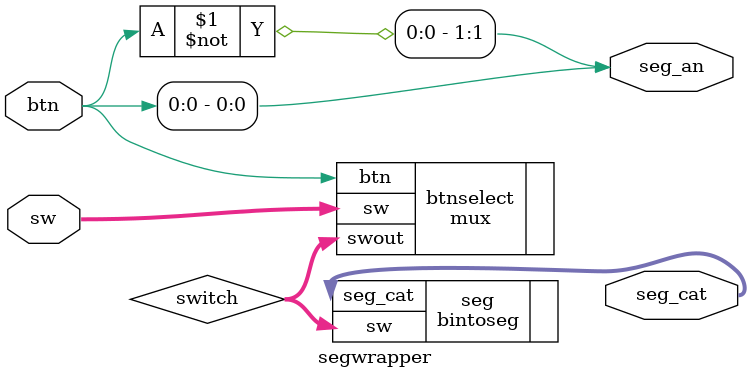
<source format=v>

module segwrapper(
    input [7:0] sw,
    input btn,
    output [6:0] seg_cat,
    output [3:0] seg_an 
    );

wire [3:0] switch;

mux btnselect(
    .sw(sw),
    .btn(btn),
    .swout(switch)
);

assign seg_an[0] = btn;
assign seg_an[1] = ~btn;
    
bintoseg seg(
    .sw(switch),
    .seg_cat(seg_cat)
);
    
endmodule

</source>
